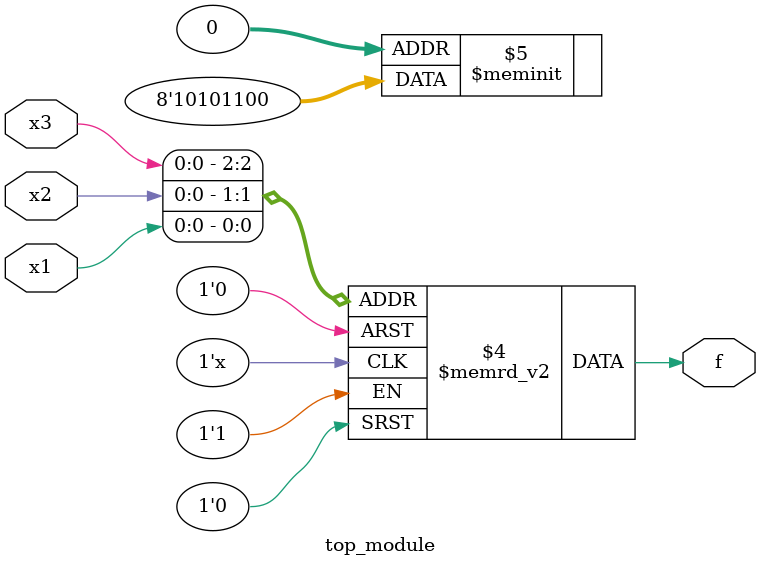
<source format=v>
module top_module( 
    input x3,
    input x2,
    input x1,  // three inputs
    output f   // one output
);

    always @(*) begin
        case({x3,x2,x1})
        3'b000: f=0;
        3'b001: f=0;
        3'b010: f=1;
        3'b011: f=1;
        3'b100: f=0;
        3'b101: f=1;
        3'b110: f=0;
        3'b111: f=1;
        endcase 
    end

endmodule
</source>
